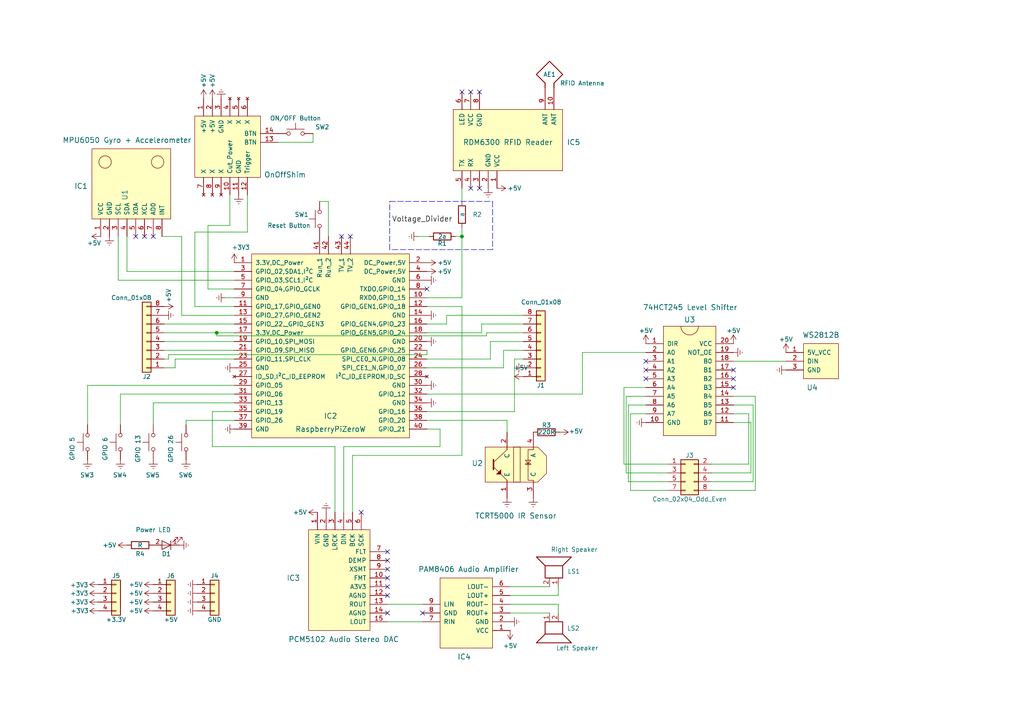
<source format=kicad_sch>
(kicad_sch (version 20231120) (generator "eeschema") (generator_version "8.0")
  (paper "A4")
  (lib_symbols
    (symbol "comp_74hct245:74HCT245" (pin_names (offset 1.016))
      (property "Reference" "U" (at -5.08 -5.08 0))
      (property "Value" "74HCT245" (at 0 -33.02 0))
      (symbol "74HCT245_0_1"
        (rectangle (start -7.62 -2.54) (end 7.62 -34.29) (fill (type background)))
        (arc (start -2.54 -2.54) (mid 0 -5.08) (end 2.54 -2.54))
      )
      (symbol "74HCT245_1_1"
        (pin input line (at -12.7 -7.62 0) (length 5.08) (name "DIR") (number "1"))
        (pin power_in line (at -12.7 -30.48 0) (length 5.08) (name "GND") (number "10"))
        (pin bidirectional line (at 12.7 -30.48 180) (length 5.08) (name "B7") (number "11"))
        (pin bidirectional line (at 12.7 -27.94 180) (length 5.08) (name "B6") (number "12"))
        (pin bidirectional line (at 12.7 -25.4 180) (length 5.08) (name "B5") (number "13"))
        (pin bidirectional line (at 12.7 -22.86 180) (length 5.08) (name "B4") (number "14"))
        (pin bidirectional line (at 12.7 -20.32 180) (length 5.08) (name "B3") (number "15"))
        (pin bidirectional line (at 12.7 -17.78 180) (length 5.08) (name "B2") (number "16"))
        (pin bidirectional line (at 12.7 -15.24 180) (length 5.08) (name "B1") (number "17"))
        (pin bidirectional line (at 12.7 -12.7 180) (length 5.08) (name "B0") (number "18"))
        (pin input line (at 12.7 -10.16 180) (length 5.08) (name "NOT_OE") (number "19"))
        (pin bidirectional line (at -12.7 -10.16 0) (length 5.08) (name "A0") (number "2"))
        (pin power_in line (at 12.7 -7.62 180) (length 5.08) (name "VCC") (number "20"))
        (pin bidirectional line (at -12.7 -12.7 0) (length 5.08) (name "A1") (number "3"))
        (pin bidirectional line (at -12.7 -15.24 0) (length 5.08) (name "A2") (number "4"))
        (pin bidirectional line (at -12.7 -17.78 0) (length 5.08) (name "A3") (number "5"))
        (pin input line (at -12.7 -20.32 0) (length 5.08) (name "A4") (number "6"))
        (pin bidirectional line (at -12.7 -22.86 0) (length 5.08) (name "A5") (number "7"))
        (pin bidirectional line (at -12.7 -25.4 0) (length 5.08) (name "A6") (number "8"))
        (pin bidirectional line (at -12.7 -27.94 0) (length 5.08) (name "A7") (number "9"))
      )
    )
    (symbol "comp_mpu6050:MPU6050" (pin_names (offset 1.016))
      (property "Reference" "IC" (at 5.08 -3.81 0))
      (property "Value" "MPU6050" (at -1.27 -3.81 90))
      (symbol "MPU6050_0_1"
        (rectangle (start -11.43 -15.24) (end 8.89 7.62) (fill (type background)))
        (circle (center 5.08 -11.43) (radius 1.8034))
        (circle (center 5.08 3.81) (radius 1.8034) (fill (type background)))
      )
      (symbol "MPU6050_1_1"
        (pin power_in line (at -16.51 5.08 0) (length 5.08) (name "VCC") (number "1"))
        (pin power_in line (at -16.51 2.54 0) (length 5.08) (name "GND") (number "2"))
        (pin input line (at -16.51 0 0) (length 5.08) (name "SCL") (number "3"))
        (pin bidirectional line (at -16.51 -2.54 0) (length 5.08) (name "SDA") (number "4"))
        (pin input line (at -16.51 -5.08 0) (length 5.08) (name "XDA") (number "5"))
        (pin input line (at -16.51 -7.62 0) (length 5.08) (name "XCL") (number "6"))
        (pin input line (at -16.51 -10.16 0) (length 5.08) (name "AD0") (number "7"))
        (pin output line (at -16.51 -12.7 0) (length 5.08) (name "INT") (number "8"))
      )
    )
    (symbol "comp_onoffshim:OnOffShim" (pin_names (offset 1.016))
      (property "Reference" "U" (at -7.62 -12.7 0))
      (property "Value" "OnOffShim" (at 0 10.16 0))
      (symbol "OnOffShim_0_1"
        (rectangle (start -8.89 8.89) (end 8.89 -10.16) (fill (type background)))
      )
      (symbol "OnOffShim_1_1"
        (pin power_out line (at 13.97 6.35 180) (length 5.08) (name "+5V") (number "1"))
        (pin input line (at -13.97 -1.27 0) (length 5.08) (name "Cut_Power") (number "10"))
        (pin power_in line (at -13.97 -3.81 0) (length 5.08) (name "GND") (number "11"))
        (pin output line (at -13.97 -6.35 0) (length 5.08) (name "Trigger") (number "12"))
        (pin input line (at 1.27 -15.24 90) (length 5.08) (name "BTN") (number "13"))
        (pin input line (at 3.81 -15.24 90) (length 5.08) (name "BTN") (number "14"))
        (pin power_in line (at 13.97 3.81 180) (length 5.08) (name "+5V") (number "2"))
        (pin power_out line (at 13.97 1.27 180) (length 5.08) (name "GND") (number "3"))
        (pin no_connect line (at 13.97 -1.27 180) (length 5.08) (name "X") (number "4"))
        (pin no_connect line (at 13.97 -3.81 180) (length 5.08) (name "X") (number "5"))
        (pin no_connect line (at 13.97 -6.35 180) (length 5.08) (name "X") (number "6"))
        (pin no_connect line (at -13.97 6.35 0) (length 5.08) (name "X") (number "7"))
        (pin no_connect line (at -13.97 3.81 0) (length 5.08) (name "X") (number "8"))
        (pin no_connect line (at -13.97 1.27 0) (length 5.08) (name "X") (number "9"))
      )
    )
    (symbol "comp_pam8406:PAM8406" (pin_names (offset 1.016))
      (property "Reference" "IC" (at -5.08 -10.16 0))
      (property "Value" "PAM8406" (at -1.27 5.08 0))
      (symbol "PAM8406_0_1"
        (rectangle (start 7.62 -12.7) (end -7.62 7.62) (fill (type background)))
      )
      (symbol "PAM8406_1_0"
        (pin power_in line (at 12.7 0 180) (length 5.08) (name "GND") (number "2"))
      )
      (symbol "PAM8406_1_1"
        (pin power_in line (at 12.7 2.54 180) (length 5.08) (name "VCC") (number "1"))
        (pin output line (at 12.7 -2.54 180) (length 5.08) (name "ROUT+") (number "3"))
        (pin output line (at 12.7 -5.08 180) (length 5.08) (name "ROUT-") (number "4"))
        (pin output line (at 12.7 -7.62 180) (length 5.08) (name "LOUT+") (number "5"))
        (pin output line (at 12.7 -10.16 180) (length 5.08) (name "LOUT-") (number "6"))
        (pin input line (at -12.7 0 0) (length 5.08) (name "RIN") (number "7"))
        (pin power_in line (at -12.7 -2.54 0) (length 5.08) (name "GND") (number "8"))
        (pin input line (at -12.7 -5.08 0) (length 5.08) (name "LIN") (number "9"))
      )
    )
    (symbol "comp_pcm5102:PCM5102" (pin_names (offset 1.016))
      (property "Reference" "IC" (at 26.67 26.67 0))
      (property "Value" "PCM5102" (at 26.67 31.75 0))
      (symbol "PCM5102_0_1"
        (rectangle (start 6.35 34.29) (end 35.56 16.51) (fill (type background)))
      )
      (symbol "PCM5102_1_1"
        (pin power_in line (at 1.27 31.75 0) (length 5.08) (name "VIN") (number "1"))
        (pin unspecified line (at 20.32 11.43 90) (length 5.08) (name "FMT") (number "10"))
        (pin power_out line (at 22.86 11.43 90) (length 5.08) (name "A3V3") (number "11"))
        (pin power_out line (at 25.4 11.43 90) (length 5.08) (name "AGND") (number "12"))
        (pin output line (at 27.94 11.43 90) (length 5.08) (name "ROUT") (number "13"))
        (pin power_out line (at 30.48 11.43 90) (length 5.08) (name "AGND") (number "14"))
        (pin output line (at 33.02 11.43 90) (length 5.08) (name "LOUT") (number "15"))
        (pin power_in line (at 1.27 29.21 0) (length 5.08) (name "GND") (number "2"))
        (pin input line (at 1.27 26.67 0) (length 5.08) (name "LRCK") (number "3"))
        (pin input line (at 1.27 24.13 0) (length 5.08) (name "DIN") (number "4"))
        (pin input line (at 1.27 21.59 0) (length 5.08) (name "BCK") (number "5"))
        (pin input line (at 1.27 19.05 0) (length 5.08) (name "SCK") (number "6"))
        (pin unspecified line (at 12.7 11.43 90) (length 5.08) (name "FLT") (number "7"))
        (pin unspecified line (at 15.24 11.43 90) (length 5.08) (name "DEMP") (number "8"))
        (pin unspecified line (at 17.78 11.43 90) (length 5.08) (name "XSMT") (number "9"))
      )
    )
    (symbol "comp_raspberrypizerow:+3.3V" (power) (pin_names (offset 0))
      (property "Value" "+3.3V" (at 0 3.556 0))
      (symbol "+3.3V_0_1"
        (polyline (pts (xy -0.762 1.27) (xy 0 2.54)))
        (polyline (pts (xy 0 0) (xy 0 2.54)))
        (polyline (pts (xy 0 2.54) (xy 0.762 1.27)))
      )
      (symbol "+3.3V_1_1"
        (pin power_in line (at 0 0 90) (length 0) hide (name "+3V3") (number "1"))
      )
    )
    (symbol "comp_raspberrypizerow:+5V" (power) (pin_names (offset 0))
      (property "Value" "+5V" (at 0 3.556 0))
      (symbol "+5V_0_1"
        (polyline (pts (xy -0.762 1.27) (xy 0 2.54)))
        (polyline (pts (xy 0 0) (xy 0 2.54)))
        (polyline (pts (xy 0 2.54) (xy 0.762 1.27)))
      )
      (symbol "+5V_1_1"
        (pin power_in line (at 0 0 90) (length 0) hide (name "+5V") (number "1"))
      )
    )
    (symbol "comp_raspberrypizerow:Antenna_Loop" (pin_numbers hide) (pin_names (offset 1.016) hide)
      (property "Reference" "AE" (at 1.27 6.35 0))
      (property "Value" "Antenna_Loop" (at 1.27 5.08 0))
      (symbol "Antenna_Loop_0_1"
        (polyline (pts (xy 2.54 -3.81) (xy 2.54 -2.54) (xy 5.08 0) (xy 1.27 3.81) (xy -2.54 0) (xy 0 -2.54) (xy 0 -3.81)) (stroke (width 0.254)))
      )
      (symbol "Antenna_Loop_1_1"
        (pin input line (at 0 -5.08 90) (length 2.54) (name "~") (number "1"))
        (pin input line (at 2.54 -5.08 90) (length 2.54) (name "~") (number "2"))
      )
    )
    (symbol "comp_raspberrypizerow:GNDREF" (power) (pin_names (offset 0))
      (property "Value" "GNDREF" (at 0 -3.81 0))
      (symbol "GNDREF_0_1"
        (polyline (pts (xy -0.635 -1.905) (xy 0.635 -1.905)))
        (polyline (pts (xy -0.127 -2.54) (xy 0.127 -2.54)))
        (polyline (pts (xy 0 -1.27) (xy 0 0)))
        (polyline (pts (xy 1.27 -1.27) (xy -1.27 -1.27)))
      )
      (symbol "GNDREF_1_1"
        (pin power_in line (at 0 0 270) (length 0) hide (name "GNDREF") (number "1"))
      )
    )
    (symbol "comp_raspberrypizerow:RaspberryPiZeroW" (pin_names (offset 1.016))
      (property "Reference" "IC" (at -1.27 -33.02 0))
      (property "Value" "RaspberryPiZeroW" (at -1.27 -36.83 0))
      (symbol "RaspberryPiZeroW_0_1"
        (rectangle (start -24.13 13.97) (end 21.59 -39.37) (fill (type background)))
      )
      (symbol "RaspberryPiZeroW_1_1"
        (pin power_out line (at -29.21 11.43 0) (length 5.08) (name "3.3V,DC_Power") (number "1"))
        (pin bidirectional line (at 26.67 1.27 180) (length 5.08) (name "RXD0,GPIO_15") (number "10"))
        (pin bidirectional line (at -29.21 -1.27 0) (length 5.08) (name "GPIO_17,GPIO_GEN0") (number "11"))
        (pin bidirectional line (at 26.67 -1.27 180) (length 5.08) (name "GPIO_GEN1,GPIO_18") (number "12"))
        (pin bidirectional line (at -29.21 -3.81 0) (length 5.08) (name "GPIO_27,GPIO_GEN2") (number "13"))
        (pin power_in line (at 26.67 -3.81 180) (length 5.08) (name "GND") (number "14"))
        (pin bidirectional line (at -29.21 -6.35 0) (length 5.08) (name "GPIO_22,_GPIO_GEN3") (number "15"))
        (pin bidirectional line (at 26.67 -6.35 180) (length 5.08) (name "GPIO_GEN4,GPIO_23") (number "16"))
        (pin power_out line (at -29.21 -8.89 0) (length 5.08) (name "3.3V,DC_Power") (number "17"))
        (pin bidirectional line (at 26.67 -8.89 180) (length 5.08) (name "GPIO_GEN5,GPIO_24") (number "18"))
        (pin bidirectional line (at -29.21 -11.43 0) (length 5.08) (name "GPIO_10,SPI_MOSI") (number "19"))
        (pin power_in line (at 26.67 11.43 180) (length 5.08) (name "DC_Power,5V") (number "2"))
        (pin power_in line (at 26.67 -11.43 180) (length 5.08) (name "GND") (number "20"))
        (pin bidirectional line (at -29.21 -13.97 0) (length 5.08) (name "GPIO_09,SPI_MISO") (number "21"))
        (pin bidirectional line (at 26.67 -13.97 180) (length 5.08) (name "GPIO_GEN6,GPIO_25") (number "22"))
        (pin bidirectional line (at -29.21 -16.51 0) (length 5.08) (name "GPIO_11,SPI_CLK") (number "23"))
        (pin bidirectional line (at 26.67 -16.51 180) (length 5.08) (name "SPI_CE0_N,GPIO_08") (number "24"))
        (pin power_in line (at -29.21 -19.05 0) (length 5.08) (name "GND") (number "25"))
        (pin bidirectional line (at 26.67 -19.05 180) (length 5.08) (name "SPI_CE1_N,GPIO_07") (number "26"))
        (pin no_connect line (at -29.21 -21.59 0) (length 5.08) (name "ID_SD,I²C_ID_EEPROM") (number "27"))
        (pin no_connect line (at 26.67 -21.59 180) (length 5.08) (name "I²C_ID_EEPROM,ID_SC") (number "28"))
        (pin bidirectional line (at -29.21 -24.13 0) (length 5.08) (name "GPIO_05") (number "29"))
        (pin bidirectional line (at -29.21 8.89 0) (length 5.08) (name "GPIO_02,SDA1,I²C") (number "3"))
        (pin power_in line (at 26.67 -24.13 180) (length 5.08) (name "GND") (number "30"))
        (pin bidirectional line (at -29.21 -26.67 0) (length 5.08) (name "GPIO_06") (number "31"))
        (pin bidirectional line (at 26.67 -26.67 180) (length 5.08) (name "GPIO_12") (number "32"))
        (pin bidirectional line (at -29.21 -29.21 0) (length 5.08) (name "GPIO_13") (number "33"))
        (pin power_in line (at 26.67 -29.21 180) (length 5.08) (name "GND") (number "34"))
        (pin bidirectional line (at -29.21 -31.75 0) (length 5.08) (name "GPIO_19") (number "35"))
        (pin bidirectional line (at 26.67 -31.75 180) (length 5.08) (name "GPIO_16") (number "36"))
        (pin bidirectional line (at -29.21 -34.29 0) (length 5.08) (name "GPIO_26") (number "37"))
        (pin bidirectional line (at 26.67 -34.29 180) (length 5.08) (name "GPIO_20") (number "38"))
        (pin power_in line (at -29.21 -36.83 0) (length 5.08) (name "GND") (number "39"))
        (pin power_in line (at 26.67 8.89 180) (length 5.08) (name "DC_Power,5V") (number "4"))
        (pin bidirectional line (at 26.67 -36.83 180) (length 5.08) (name "GPIO_21") (number "40"))
        (pin input line (at -4.445 19.05 270) (length 5.08) (name "Run_1") (number "41"))
        (pin input line (at -1.905 19.05 270) (length 5.08) (name "Run_2") (number "42"))
        (pin input line (at 1.905 19.05 270) (length 5.08) (name "TV_1") (number "43"))
        (pin input line (at 4.445 19.05 270) (length 5.08) (name "TV_2") (number "44"))
        (pin bidirectional line (at -29.21 6.35 0) (length 5.08) (name "GPIO_03,SCL1,I²C") (number "5"))
        (pin power_in line (at 26.67 6.35 180) (length 5.08) (name "GND") (number "6"))
        (pin bidirectional line (at -29.21 3.81 0) (length 5.08) (name "GPIO_04,GPIO_GCLK") (number "7"))
        (pin bidirectional line (at 26.67 3.81 180) (length 5.08) (name "TXDO,GPIO_14") (number "8"))
        (pin power_in line (at -29.21 1.27 0) (length 5.08) (name "GND") (number "9"))
      )
    )
    (symbol "comp_raspberrypizerow:Speaker" (pin_names (offset 0) hide)
      (property "Reference" "LS" (at 1.27 5.715 0))
      (property "Value" "Speaker" (at 1.27 3.81 0))
      (symbol "Speaker_0_0"
        (rectangle (start -2.54 1.27) (end 1.016 -3.81) (stroke (width 0.254)))
        (polyline (pts (xy 1.016 1.27) (xy 3.556 3.81) (xy 3.556 -6.35) (xy 1.016 -3.81)) (stroke (width 0.254)))
      )
      (symbol "Speaker_1_1"
        (pin input line (at -5.08 0 0) (length 2.54) (name "1") (number "1"))
        (pin input line (at -5.08 -2.54 0) (length 2.54) (name "2") (number "2"))
      )
    )
    (symbol "comp_rdm6300:RDM6300" (pin_names (offset 1.016))
      (property "Reference" "IC" (at -11.43 6.35 0))
      (property "Value" "RDM6300" (at -1.27 0 0))
      (symbol "RDM6300_0_1"
        (rectangle (start 16.51 8.89) (end -15.24 -8.89) (fill (type background)))
      )
      (symbol "RDM6300_1_1"
        (pin power_in line (at 3.81 13.97 270) (length 5.08) (name "VCC") (number "1"))
        (pin passive line (at -12.7 -13.97 90) (length 5.08) (name "ANT") (number "10"))
        (pin power_in line (at 6.35 13.97 270) (length 5.08) (name "GND") (number "2"))
        (pin input line (at 8.89 13.97 270) (length 5.08) (name "~") (number "3"))
        (pin input line (at 11.43 13.97 270) (length 5.08) (name "RX") (number "4"))
        (pin output line (at 13.97 13.97 270) (length 5.08) (name "TX") (number "5"))
        (pin unspecified line (at 13.97 -13.97 90) (length 5.08) (name "LED") (number "6"))
        (pin power_in line (at 11.43 -13.97 90) (length 5.08) (name "VCC") (number "7"))
        (pin power_in line (at 8.89 -13.97 90) (length 5.08) (name "GND") (number "8"))
        (pin output line (at -10.16 -13.97 90) (length 5.08) (name "ANT") (number "9"))
      )
    )
    (symbol "comp_tcrt5000:TCRT5000" (pin_names (offset 1.016))
      (property "Reference" "U" (at -15.24 -1.27 0))
      (property "Value" "TCRT5000" (at -14.605 1.905 0))
      (symbol "TCRT5000_0_1"
        (rectangle (start -6.35 -1.524) (end -6.604 1.524) (fill (type outline)))
        (rectangle (start -0.635 5.08) (end 1.27 -5.08))
        (polyline (pts (xy -2.54 -4.572) (xy -6.35 -0.762)))
        (polyline (pts (xy -2.54 4.318) (xy -6.35 0.762)))
        (polyline (pts (xy -4.318 -1.524) (xy -5.588 -2.794) (xy -4.318 -2.794) (xy -4.318 -1.524)) (fill (type outline)))
        (polyline (pts (xy 3.556 0.254) (xy 4.318 1.27) (xy 2.794 1.27) (xy 3.556 0.254)))
        (polyline (pts (xy 5.08 4.318) (xy 3.556 4.318) (xy 3.556 -4.572) (xy 5.08 -4.572)))
        (polyline (pts (xy 8.89 -2.54) (xy 8.89 1.27) (xy 8.89 2.54) (xy 6.35 5.08) (xy -8.89 5.08) (xy -8.89 -5.08) (xy 6.35 -5.08) (xy 8.89 -2.54)) (fill (type background)))
        (rectangle (start 4.318 0.254) (end 2.794 0))
      )
      (symbol "TCRT5000_1_1"
        (pin input line (at -2.54 -9.652 90) (length 5.08) (name "E") (number "1"))
        (pin input line (at -2.54 9.398 270) (length 5.08) (name "C") (number "2"))
        (pin input line (at 5.08 -9.652 90) (length 5.08) (name "C") (number "3"))
        (pin input line (at 5.08 9.398 270) (length 5.08) (name "A") (number "4"))
      )
    )
    (symbol "comp_ws2812b:WS2812B" (pin_names (offset 1.016))
      (property "Reference" "U" (at -2.54 -7.62 0))
      (property "Value" "WS2812B" (at 0 7.62 0))
      (symbol "WS2812B_0_1"
        (rectangle (start -5.08 5.08) (end 5.08 -5.08) (fill (type background)))
      )
      (symbol "WS2812B_1_1"
        (pin power_in line (at -10.16 2.54 0) (length 5.08) (name "5V_VCC") (number "1"))
        (pin input line (at -10.16 0 0) (length 5.08) (name "DIN") (number "2"))
        (pin power_in line (at -10.16 -2.54 0) (length 5.08) (name "GND") (number "3"))
      )
    )
    (symbol "marta-rescue:Conn_01x04" (pin_names (offset 1.016) hide)
      (property "Reference" "J" (at 0 5.08 0))
      (property "Value" "Conn_01x04" (at 0 -7.62 0))
      (symbol "Conn_01x04_1_1"
        (rectangle (start -1.27 -4.953) (end 0 -5.207) (stroke (width 0.1524)))
        (rectangle (start -1.27 -2.413) (end 0 -2.667) (stroke (width 0.1524)))
        (rectangle (start -1.27 0.127) (end 0 -0.127) (stroke (width 0.1524)))
        (rectangle (start -1.27 2.667) (end 0 2.413) (stroke (width 0.1524)))
        (rectangle (start -1.27 3.81) (end 1.27 -6.35) (stroke (width 0.254)) (fill (type background)))
        (pin passive line (at -5.08 2.54 0) (length 3.81) (name "Pin_1") (number "1"))
        (pin passive line (at -5.08 0 0) (length 3.81) (name "Pin_2") (number "2"))
        (pin passive line (at -5.08 -2.54 0) (length 3.81) (name "Pin_3") (number "3"))
        (pin passive line (at -5.08 -5.08 0) (length 3.81) (name "Pin_4") (number "4"))
      )
    )
    (symbol "marta-rescue:Conn_01x08" (pin_names (offset 1.016) hide)
      (property "Reference" "J" (at 0 10.16 0))
      (property "Value" "Conn_01x08" (at 0 -12.7 0))
      (symbol "Conn_01x08_1_1"
        (rectangle (start -1.27 -10.033) (end 0 -10.287) (stroke (width 0.1524)))
        (rectangle (start -1.27 -7.493) (end 0 -7.747) (stroke (width 0.1524)))
        (rectangle (start -1.27 -4.953) (end 0 -5.207) (stroke (width 0.1524)))
        (rectangle (start -1.27 -2.413) (end 0 -2.667) (stroke (width 0.1524)))
        (rectangle (start -1.27 0.127) (end 0 -0.127) (stroke (width 0.1524)))
        (rectangle (start -1.27 2.667) (end 0 2.413) (stroke (width 0.1524)))
        (rectangle (start -1.27 5.207) (end 0 4.953) (stroke (width 0.1524)))
        (rectangle (start -1.27 7.747) (end 0 7.493) (stroke (width 0.1524)))
        (rectangle (start -1.27 8.89) (end 1.27 -11.43) (stroke (width 0.254)) (fill (type background)))
        (pin passive line (at -5.08 7.62 0) (length 3.81) (name "Pin_1") (number "1"))
        (pin passive line (at -5.08 5.08 0) (length 3.81) (name "Pin_2") (number "2"))
        (pin passive line (at -5.08 2.54 0) (length 3.81) (name "Pin_3") (number "3"))
        (pin passive line (at -5.08 0 0) (length 3.81) (name "Pin_4") (number "4"))
        (pin passive line (at -5.08 -2.54 0) (length 3.81) (name "Pin_5") (number "5"))
        (pin passive line (at -5.08 -5.08 0) (length 3.81) (name "Pin_6") (number "6"))
        (pin passive line (at -5.08 -7.62 0) (length 3.81) (name "Pin_7") (number "7"))
        (pin passive line (at -5.08 -10.16 0) (length 3.81) (name "Pin_8") (number "8"))
      )
    )
    (symbol "marta-rescue:Conn_02x04_Odd_Even" (pin_names (offset 1.016) hide)
      (property "Reference" "J" (at 1.27 5.08 0))
      (property "Value" "Conn_02x04_Odd_Even" (at 1.27 -7.62 0))
      (symbol "Conn_02x04_Odd_Even_1_1"
        (rectangle (start -1.27 -4.953) (end 0 -5.207) (stroke (width 0.1524)))
        (rectangle (start -1.27 -2.413) (end 0 -2.667) (stroke (width 0.1524)))
        (rectangle (start -1.27 0.127) (end 0 -0.127) (stroke (width 0.1524)))
        (rectangle (start -1.27 2.667) (end 0 2.413) (stroke (width 0.1524)))
        (rectangle (start -1.27 3.81) (end 3.81 -6.35) (stroke (width 0.254)) (fill (type background)))
        (rectangle (start 3.81 -4.953) (end 2.54 -5.207) (stroke (width 0.1524)))
        (rectangle (start 3.81 -2.413) (end 2.54 -2.667) (stroke (width 0.1524)))
        (rectangle (start 3.81 0.127) (end 2.54 -0.127) (stroke (width 0.1524)))
        (rectangle (start 3.81 2.667) (end 2.54 2.413) (stroke (width 0.1524)))
        (pin passive line (at -5.08 2.54 0) (length 3.81) (name "Pin_1") (number "1"))
        (pin passive line (at 7.62 2.54 180) (length 3.81) (name "Pin_2") (number "2"))
        (pin passive line (at -5.08 0 0) (length 3.81) (name "Pin_3") (number "3"))
        (pin passive line (at 7.62 0 180) (length 3.81) (name "Pin_4") (number "4"))
        (pin passive line (at -5.08 -2.54 0) (length 3.81) (name "Pin_5") (number "5"))
        (pin passive line (at 7.62 -2.54 180) (length 3.81) (name "Pin_6") (number "6"))
        (pin passive line (at -5.08 -5.08 0) (length 3.81) (name "Pin_7") (number "7"))
        (pin passive line (at 7.62 -5.08 180) (length 3.81) (name "Pin_8") (number "8"))
      )
    )
    (symbol "marta-rescue:LED" (pin_names (offset 1.016) hide)
      (property "Reference" "D" (at 0 2.54 0))
      (property "Value" "LED" (at 0 -2.54 0))
      (symbol "LED_0_1"
        (polyline (pts (xy -1.27 -1.27) (xy -1.27 1.27)) (stroke (width 0.2032)))
        (polyline (pts (xy -1.27 0) (xy 1.27 0)))
        (polyline (pts (xy 1.27 -1.27) (xy 1.27 1.27) (xy -1.27 0) (xy 1.27 -1.27)) (stroke (width 0.2032)))
        (polyline (pts (xy -3.048 -0.762) (xy -4.572 -2.286) (xy -3.81 -2.286) (xy -4.572 -2.286) (xy -4.572 -1.524)))
        (polyline (pts (xy -1.778 -0.762) (xy -3.302 -2.286) (xy -2.54 -2.286) (xy -3.302 -2.286) (xy -3.302 -1.524)))
      )
      (symbol "LED_1_1"
        (pin passive line (at -3.81 0 0) (length 2.54) (name "K") (number "1"))
        (pin passive line (at 3.81 0 180) (length 2.54) (name "A") (number "2"))
      )
    )
    (symbol "marta-rescue:R" (pin_numbers hide) (pin_names (offset 0))
      (property "Reference" "R" (at 2.032 0 90))
      (property "Value" "R" (at 0 0 90))
      (symbol "R_0_1"
        (rectangle (start -1.016 -2.54) (end 1.016 2.54) (stroke (width 0.254)))
      )
      (symbol "R_1_1"
        (pin passive line (at 0 3.81 270) (length 1.27) (name "~") (number "1"))
        (pin passive line (at 0 -3.81 90) (length 1.27) (name "~") (number "2"))
      )
    )
    (symbol "marta-rescue:SW_Push" (pin_numbers hide) (pin_names (offset 1.016) hide)
      (property "Reference" "SW" (at 1.27 2.54 0))
      (property "Value" "SW_Push" (at 0 -1.524 0))
      (symbol "SW_Push_0_1"
        (circle (center -2.032 0) (radius 0.508))
        (polyline (pts (xy 0 1.27) (xy 0 3.048)))
        (polyline (pts (xy 2.54 1.27) (xy -2.54 1.27)))
        (circle (center 2.032 0) (radius 0.508))
        (pin passive line (at -5.08 0 0) (length 2.54) (name "1") (number "1"))
        (pin passive line (at 5.08 0 180) (length 2.54) (name "2") (number "2"))
      )
    )
  )
  (junction (at 133.985 68.58))
  (junction (at 62.865 96.52))
  (no_connect (at 99.06 68.58))
  (no_connect (at 112.395 165.1))
  (no_connect (at 112.395 160.02))
  (no_connect (at 187.325 104.775))
  (no_connect (at 212.725 112.395))
  (no_connect (at 122.555 177.8))
  (no_connect (at 112.395 167.64))
  (no_connect (at 133.985 26.67))
  (no_connect (at 112.395 172.72))
  (no_connect (at 112.395 162.56))
  (no_connect (at 39.37 68.58))
  (no_connect (at 101.6 68.58))
  (no_connect (at 104.775 148.59))
  (no_connect (at 212.725 107.315))
  (no_connect (at 187.325 109.855))
  (no_connect (at 136.525 26.67))
  (no_connect (at 139.065 26.67))
  (no_connect (at 112.395 170.18))
  (no_connect (at 112.395 177.8))
  (no_connect (at 139.065 54.61))
  (no_connect (at 41.91 68.58))
  (no_connect (at 212.725 109.855))
  (no_connect (at 187.325 107.315))
  (no_connect (at 136.525 54.61))
  (no_connect (at 44.45 68.58))
  (no_connect (at 123.825 83.82))
  (wire (pts (xy 218.44 139.7) (xy 218.44 117.475)))
  (wire (pts (xy 206.375 134.62) (xy 217.17 134.62)))
  (wire (pts (xy 161.925 175.26) (xy 161.925 177.8)))
  (wire (pts (xy 34.29 81.28) (xy 34.29 68.58)))
  (wire (pts (xy 36.83 68.58) (xy 36.83 78.74)))
  (wire (pts (xy 180.975 112.395) (xy 180.975 134.62)))
  (wire (pts (xy 133.985 88.9) (xy 133.985 132.08)))
  (wire (pts (xy 127.635 124.46) (xy 127.635 129.54)))
  (wire (pts (xy 141.097 96.52) (xy 141.097 97.409)))
  (wire (pts (xy 112.395 180.34) (xy 122.555 180.34)))
  (wire (pts (xy 147.066 121.92) (xy 147.066 125.349)))
  (wire (pts (xy 181.61 137.16) (xy 193.675 137.16)))
  (wire (pts (xy 48.895 104.14) (xy 47.625 104.14)))
  (wire (pts (xy 217.805 137.16) (xy 206.375 137.16)))
  (wire (pts (xy 61.595 129.54) (xy 97.155 129.54)))
  (wire (pts (xy 219.075 142.24) (xy 206.375 142.24)))
  (wire (pts (xy 67.945 111.76) (xy 25.4 111.76)))
  (wire (pts (xy 129.54 91.44) (xy 129.54 93.98)))
  (wire (pts (xy 133.985 68.58) (xy 133.985 86.36)))
  (wire (pts (xy 161.925 172.72) (xy 147.955 172.72)))
  (wire (pts (xy 112.395 175.26) (xy 122.555 175.26)))
  (wire (pts (xy 123.825 104.14) (xy 142.24 104.14)))
  (wire (pts (xy 168.91 114.3) (xy 123.825 114.3)))
  (wire (pts (xy 149.225 119.38) (xy 149.225 104.14)))
  (wire (pts (xy 124.46 68.58) (xy 121.285 68.58)))
  (wire (pts (xy 187.325 120.015) (xy 182.88 120.015)))
  (wire (pts (xy 67.945 104.14) (xy 50.8 104.14)))
  (wire (pts (xy 181.61 114.935) (xy 181.61 137.16)))
  (wire (pts (xy 47.625 101.6) (xy 67.945 101.6)))
  (wire (pts (xy 52.705 91.44) (xy 67.945 91.44)))
  (wire (pts (xy 52.705 68.58) (xy 52.705 91.44)))
  (wire (pts (xy 53.975 121.92) (xy 53.975 123.19)))
  (wire (pts (xy 123.825 121.92) (xy 147.066 121.92)))
  (wire (pts (xy 123.825 102.87) (xy 48.895 102.87)))
  (wire (pts (xy 66.675 56.515) (xy 66.675 65.405)))
  (wire (pts (xy 56.515 67.31) (xy 71.755 67.31)))
  (wire (pts (xy 133.985 132.08) (xy 102.235 132.08)))
  (wire (pts (xy 142.24 104.14) (xy 142.24 99.06)))
  (wire (pts (xy 62.865 97.409) (xy 62.865 96.52)))
  (wire (pts (xy 147.955 175.26) (xy 161.925 175.26)))
  (wire (pts (xy 97.155 129.54) (xy 97.155 148.59)))
  (polyline (pts (xy 113.03 58.42) (xy 142.875 58.42)) (stroke (width 0) (type dash)))
  (wire (pts (xy 60.325 83.82) (xy 67.945 83.82)))
  (wire (pts (xy 147.955 177.8) (xy 159.385 177.8)))
  (wire (pts (xy 142.24 99.06) (xy 151.765 99.06)))
  (wire (pts (xy 90.805 38.735) (xy 90.805 41.275)))
  (wire (pts (xy 180.975 134.62) (xy 193.675 134.62)))
  (wire (pts (xy 133.985 66.04) (xy 133.985 68.58)))
  (wire (pts (xy 146.05 106.68) (xy 146.05 101.6)))
  (wire (pts (xy 56.515 88.9) (xy 56.515 67.31)))
  (wire (pts (xy 168.91 102.235) (xy 168.91 114.3)))
  (wire (pts (xy 219.075 114.935) (xy 219.075 142.24)))
  (wire (pts (xy 123.825 88.9) (xy 133.985 88.9)))
  (wire (pts (xy 50.8 106.68) (xy 47.625 106.68)))
  (wire (pts (xy 141.097 97.409) (xy 62.865 97.409)))
  (wire (pts (xy 50.8 104.14) (xy 50.8 106.68)))
  (wire (pts (xy 123.825 106.68) (xy 146.05 106.68)))
  (wire (pts (xy 47.625 96.52) (xy 62.865 96.52)))
  (wire (pts (xy 168.91 102.235) (xy 187.325 102.235)))
  (wire (pts (xy 182.88 142.24) (xy 193.675 142.24)))
  (wire (pts (xy 67.945 114.3) (xy 34.925 114.3)))
  (wire (pts (xy 123.825 119.38) (xy 149.225 119.38)))
  (wire (pts (xy 217.805 122.555) (xy 212.725 122.555)))
  (wire (pts (xy 95.25 58.42) (xy 95.25 68.58)))
  (wire (pts (xy 34.925 114.3) (xy 34.925 123.19)))
  (wire (pts (xy 151.765 96.52) (xy 141.097 96.52)))
  (wire (pts (xy 127.635 129.54) (xy 99.695 129.54)))
  (wire (pts (xy 218.44 117.475) (xy 212.725 117.475)))
  (wire (pts (xy 147.955 170.18) (xy 159.385 170.18)))
  (wire (pts (xy 46.99 68.58) (xy 52.705 68.58)))
  (polyline (pts (xy 142.875 58.42) (xy 142.875 72.39)) (stroke (width 0) (type dash)))
  (wire (pts (xy 151.765 91.44) (xy 129.54 91.44)))
  (wire (pts (xy 92.71 58.42) (xy 95.25 58.42)))
  (wire (pts (xy 34.29 81.28) (xy 67.945 81.28)))
  (wire (pts (xy 67.945 86.36) (xy 65.405 86.36)))
  (wire (pts (xy 61.595 119.38) (xy 61.595 129.54)))
  (wire (pts (xy 182.245 117.475) (xy 187.325 117.475)))
  (wire (pts (xy 67.945 121.92) (xy 53.975 121.92)))
  (wire (pts (xy 133.985 68.58) (xy 132.08 68.58)))
  (wire (pts (xy 182.245 139.7) (xy 193.675 139.7)))
  (wire (pts (xy 161.925 170.18) (xy 161.925 172.72)))
  (wire (pts (xy 206.375 139.7) (xy 218.44 139.7)))
  (wire (pts (xy 36.83 78.74) (xy 67.945 78.74)))
  (wire (pts (xy 146.05 101.6) (xy 151.765 101.6)))
  (wire (pts (xy 151.765 93.98) (xy 139.7 93.98)))
  (wire (pts (xy 139.7 93.98) (xy 139.7 96.52)))
  (wire (pts (xy 66.675 65.405) (xy 60.325 65.405)))
  (wire (pts (xy 133.985 86.36) (xy 123.825 86.36)))
  (wire (pts (xy 217.17 134.62) (xy 217.17 120.015)))
  (wire (pts (xy 62.865 96.52) (xy 67.945 96.52)))
  (wire (pts (xy 187.325 112.395) (xy 180.975 112.395)))
  (wire (pts (xy 67.945 99.06) (xy 47.625 99.06)))
  (wire (pts (xy 139.7 96.52) (xy 123.825 96.52)))
  (wire (pts (xy 67.945 116.84) (xy 44.45 116.84)))
  (wire (pts (xy 123.825 101.6) (xy 123.825 102.87)))
  (wire (pts (xy 67.945 88.9) (xy 56.515 88.9)))
  (wire (pts (xy 67.945 93.98) (xy 47.625 93.98)))
  (polyline (pts (xy 142.875 72.39) (xy 113.03 72.39)) (stroke (width 0) (type dash)))
  (wire (pts (xy 123.825 124.46) (xy 127.635 124.46)))
  (wire (pts (xy 217.805 122.555) (xy 217.805 137.16)))
  (wire (pts (xy 187.325 114.935) (xy 181.61 114.935)))
  (wire (pts (xy 99.695 129.54) (xy 99.695 148.59)))
  (wire (pts (xy 102.235 132.08) (xy 102.235 148.59)))
  (wire (pts (xy 90.805 41.275) (xy 80.645 41.275)))
  (wire (pts (xy 149.225 104.14) (xy 151.765 104.14)))
  (wire (pts (xy 212.725 104.775) (xy 227.965 104.775)))
  (polyline (pts (xy 113.03 72.39) (xy 113.03 58.42)) (stroke (width 0) (type dash)))
  (wire (pts (xy 60.325 65.405) (xy 60.325 83.82)))
  (wire (pts (xy 25.4 111.76) (xy 25.4 123.19)))
  (wire (pts (xy 44.45 116.84) (xy 44.45 123.19)))
  (wire (pts (xy 212.725 114.935) (xy 219.075 114.935)))
  (wire (pts (xy 129.54 93.98) (xy 123.825 93.98)))
  (wire (pts (xy 133.985 54.61) (xy 133.985 58.42)))
  (wire (pts (xy 48.895 102.87) (xy 48.895 104.14)))
  (wire (pts (xy 182.88 120.015) (xy 182.88 142.24)))
  (wire (pts (xy 67.945 119.38) (xy 61.595 119.38)))
  (wire (pts (xy 217.17 120.015) (xy 212.725 120.015)))
  (wire (pts (xy 71.755 67.31) (xy 71.755 56.515)))
  (wire (pts (xy 182.245 117.475) (xy 182.245 139.7)))
  (label "Voltage_Divider" (at 113.665 64.77 0) (effects (font (size 1.524 1.524))))
  (symbol (lib_id "comp_mpu6050:MPU6050") (at 34.29 52.07 90) (unit 1)
    (property "Reference" "IC1" (at 23.495 53.975 90) (effects (font (size 1.524 1.524))))
    (property "Value" "MPU6050 Gyro + Accelerometer" (at 36.83 40.64 90) (effects (font (size 1.524 1.524))))
    (property "Footprint" "footprints:MPU6050" (effects (hide yes)))
  )
  (symbol (lib_id "comp_rdm6300:RDM6300") (at 147.955 40.64 180) (unit 1)
    (property "Reference" "IC5" (at 166.37 41.275 0) (effects (font (size 1.524 1.524))))
    (property "Value" "RDM6300 RFID Reader" (at 147.32 41.275 0) (effects (font (size 1.524 1.524))))
    (property "Footprint" "footprints:RDM6300" (effects (hide yes)))
  )
  (symbol (lib_id "comp_raspberrypizerow:Speaker") (at 161.925 165.1 270) (mirror x) (unit 1)
    (property "Reference" "LS1" (at 168.275 165.735 90) (effects (justify right)))
    (property "Value" "Right Speaker" (at 173.355 159.385 90) (effects (justify right)))
    (property "Footprint" "Connectors_JST:JST_XH_B02B-XH-A_02x2.50mm_Straight" (effects (hide yes)))
  )
  (symbol (lib_id "comp_raspberrypizerow:Speaker") (at 159.385 182.88 90) (mirror x) (unit 1)
    (property "Reference" "LS2" (at 164.465 182.245 90) (effects (justify right)))
    (property "Value" "Left Speaker" (at 161.29 187.96 90) (effects (justify right)))
    (property "Footprint" "Connectors_JST:JST_XH_B02B-XH-A_02x2.50mm_Straight" (effects (hide yes)))
  )
  (symbol (lib_id "comp_raspberrypizerow:+5V") (at 147.955 182.88 0) (mirror x) (unit 1)
    (property "Reference" "#PWR02" (effects (hide yes)))
    (property "Value" "+5V" (at 147.955 187.325 0))
  )
  (symbol (lib_id "comp_pam8406:PAM8406") (at 135.255 180.34 0) (mirror x) (unit 1)
    (property "Reference" "IC4" (at 134.62 190.5 0) (effects (font (size 1.524 1.524))))
    (property "Value" "PAM8406 Audio Amplifier" (at 135.89 165.1 0) (effects (font (size 1.524 1.524))))
    (property "Footprint" "footprints:PAM8406" (effects (hide yes)))
  )
  (symbol (lib_id "comp_pcm5102:PCM5102") (at 123.825 147.32 90) (mirror x) (unit 1)
    (property "Reference" "IC3" (at 85.09 167.64 90) (effects (font (size 1.524 1.524))))
    (property "Value" "PCM5102 Audio Stereo DAC" (at 99.695 185.42 90) (effects (font (size 1.524 1.524))))
    (property "Footprint" "footprints:PCM5102" (effects (hide yes)))
  )
  (symbol (lib_id "comp_tcrt5000:TCRT5000") (at 149.606 134.747 0) (unit 1)
    (property "Reference" "U2" (at 138.43 134.366 0) (effects (font (size 1.524 1.524))))
    (property "Value" "TCRT5000 IR Sensor" (at 149.606 149.606 0) (effects (font (size 1.524 1.524))))
    (property "Footprint" "Connectors_JST:JST_XH_B04B-XH-A_04x2.50mm_Straight" (effects (hide yes)))
  )
  (symbol (lib_id "comp_raspberrypizerow:+5V") (at 92.075 148.59 90) (mirror x) (unit 1)
    (property "Reference" "#PWR01" (effects (hide yes)))
    (property "Value" "+5V" (at 86.995 148.59 90))
  )
  (symbol (lib_id "comp_raspberrypizerow:GNDREF") (at 147.955 180.34 90) (mirror x) (unit 1)
    (property "Reference" "#PWR03" (effects (hide yes)))
    (property "Value" "GNDREF" (effects (hide yes)))
  )
  (symbol (lib_id "comp_raspberrypizerow:GNDREF") (at 94.615 148.59 0) (mirror x) (unit 1)
    (property "Reference" "#PWR04" (effects (hide yes)))
    (property "Value" "GNDREF" (effects (hide yes)))
  )
  (symbol (lib_id "comp_74hct245:74HCT245") (at 200.025 92.075 0) (unit 1)
    (property "Reference" "U3" (at 200.025 92.71 0) (effects (font (size 1.524 1.524))))
    (property "Value" "74HCT245 Level Shifter" (at 200.152 89.154 0) (effects (font (size 1.524 1.524))))
    (property "Footprint" "Housings_DIP:DIP-20_W7.62mm" (effects (hide yes)))
  )
  (symbol (lib_id "comp_raspberrypizerow:GNDREF") (at 31.75 68.58 0) (mirror y) (unit 1)
    (property "Reference" "#PWR05" (effects (hide yes)))
    (property "Value" "GNDREF" (effects (hide yes)))
  )
  (symbol (lib_id "comp_raspberrypizerow:+5V") (at 29.21 68.58 90) (mirror x) (unit 1)
    (property "Reference" "#PWR06" (effects (hide yes)))
    (property "Value" "+5V" (at 27.305 70.485 90))
  )
  (symbol (lib_id "comp_raspberrypizerow:RaspberryPiZeroW") (at 97.155 87.63 0) (unit 1)
    (property "Reference" "IC2" (at 95.885 120.65 0) (effects (font (size 1.524 1.524))))
    (property "Value" "RaspberryPiZeroW" (at 95.885 124.46 0) (effects (font (size 1.524 1.524))))
    (property "Footprint" "footprints:RaspberryPiZeroW_UpSideDown" (effects (hide yes)))
  )
  (symbol (lib_id "marta-rescue:SW_Push") (at 92.71 63.5 90) (unit 1)
    (property "Reference" "SW1" (at 89.535 62.23 90) (effects (justify left)))
    (property "Value" "Reset Button" (at 83.82 65.405 90))
    (property "Footprint" "Connectors_JST:JST_XH_B02B-XH-A_02x2.50mm_Straight" (effects (hide yes)))
  )
  (symbol (lib_id "comp_raspberrypizerow:GNDREF") (at 141.605 54.61 0) (mirror y) (unit 1)
    (property "Reference" "#PWR07" (effects (hide yes)))
    (property "Value" "GNDREF" (effects (hide yes)))
  )
  (symbol (lib_id "comp_raspberrypizerow:GNDREF") (at 212.725 102.235 90) (mirror x) (unit 1)
    (property "Reference" "#PWR08" (effects (hide yes)))
    (property "Value" "GNDREF" (effects (hide yes)))
  )
  (symbol (lib_id "comp_raspberrypizerow:GNDREF") (at 187.325 122.555 270) (mirror x) (unit 1)
    (property "Reference" "#PWR09" (effects (hide yes)))
    (property "Value" "GNDREF" (effects (hide yes)))
  )
  (symbol (lib_id "comp_raspberrypizerow:+5V") (at 212.725 99.695 0) (mirror y) (unit 1)
    (property "Reference" "#PWR010" (effects (hide yes)))
    (property "Value" "+5V" (at 212.725 95.885 0))
  )
  (symbol (lib_id "comp_raspberrypizerow:+5V") (at 187.325 99.695 0) (mirror y) (unit 1)
    (property "Reference" "#PWR011" (effects (hide yes)))
    (property "Value" "+5V" (at 187.325 95.885 0))
  )
  (symbol (lib_id "comp_raspberrypizerow:GNDREF") (at 123.825 81.28 90) (mirror x) (unit 1)
    (property "Reference" "#PWR012" (effects (hide yes)))
    (property "Value" "GNDREF" (effects (hide yes)))
  )
  (symbol (lib_id "comp_raspberrypizerow:GNDREF") (at 123.825 91.44 90) (mirror x) (unit 1)
    (property "Reference" "#PWR013" (effects (hide yes)))
    (property "Value" "GNDREF" (effects (hide yes)))
  )
  (symbol (lib_id "comp_raspberrypizerow:GNDREF") (at 123.825 99.06 90) (mirror x) (unit 1)
    (property "Reference" "#PWR014" (effects (hide yes)))
    (property "Value" "GNDREF" (effects (hide yes)))
  )
  (symbol (lib_id "comp_raspberrypizerow:GNDREF") (at 123.825 111.76 90) (mirror x) (unit 1)
    (property "Reference" "#PWR015" (effects (hide yes)))
    (property "Value" "GNDREF" (effects (hide yes)))
  )
  (symbol (lib_id "comp_raspberrypizerow:GNDREF") (at 67.945 106.68 270) (mirror x) (unit 1)
    (property "Reference" "#PWR016" (effects (hide yes)))
    (property "Value" "GNDREF" (effects (hide yes)))
  )
  (symbol (lib_id "comp_raspberrypizerow:GNDREF") (at 65.405 86.36 270) (mirror x) (unit 1)
    (property "Reference" "#PWR017" (effects (hide yes)))
    (property "Value" "GNDREF" (effects (hide yes)))
  )
  (symbol (lib_id "comp_raspberrypizerow:+5V") (at 36.83 158.115 90) (unit 1)
    (property "Reference" "#PWR035" (effects (hide yes)))
    (property "Value" "+5V" (at 31.75 158.115 90))
  )
  (symbol (lib_id "marta-rescue:R") (at 133.985 62.23 0) (unit 1)
    (property "Reference" "R2" (at 138.43 62.23 0))
    (property "Value" "a" (at 133.985 62.23 90))
    (property "Footprint" "Resistors_THT:R_Axial_DIN0207_L6.3mm_D2.5mm_P10.16mm_Horizontal" (effects (hide yes)))
  )
  (symbol (lib_id "marta-rescue:R") (at 128.27 68.58 270) (unit 1)
    (property "Reference" "R1" (at 128.27 70.612 90))
    (property "Value" "2a" (at 128.27 68.58 90))
    (property "Footprint" "Resistors_THT:R_Axial_DIN0207_L6.3mm_D2.5mm_P10.16mm_Horizontal" (effects (hide yes)))
  )
  (symbol (lib_id "comp_raspberrypizerow:GNDREF") (at 121.285 68.58 270) (mirror x) (unit 1)
    (property "Reference" "#PWR018" (effects (hide yes)))
    (property "Value" "GNDREF" (effects (hide yes)))
  )
  (symbol (lib_id "comp_raspberrypizerow:+5V") (at 123.825 76.2 270) (mirror x) (unit 1)
    (property "Reference" "#PWR019" (effects (hide yes)))
    (property "Value" "+5V" (at 128.905 76.2 90))
  )
  (symbol (lib_id "comp_raspberrypizerow:+5V") (at 123.825 78.74 270) (mirror x) (unit 1)
    (property "Reference" "#PWR020" (effects (hide yes)))
    (property "Value" "+5V" (at 128.905 78.74 90))
  )
  (symbol (lib_id "comp_raspberrypizerow:GNDREF") (at 67.945 124.46 270) (mirror x) (unit 1)
    (property "Reference" "#PWR021" (effects (hide yes)))
    (property "Value" "GNDREF" (effects (hide yes)))
  )
  (symbol (lib_id "comp_raspberrypizerow:GNDREF") (at 123.825 116.84 90) (mirror x) (unit 1)
    (property "Reference" "#PWR022" (effects (hide yes)))
    (property "Value" "GNDREF" (effects (hide yes)))
  )
  (symbol (lib_id "comp_raspberrypizerow:+3.3V") (at 67.945 76.2 0) (unit 1)
    (property "Reference" "#PWR051" (effects (hide yes)))
    (property "Value" "+3V3" (at 69.85 71.755 0))
  )
  (symbol (lib_id "marta-rescue:SW_Push") (at 34.925 128.27 90) (unit 1)
    (property "Reference" "SW4" (at 36.83 137.795 90) (effects (justify left)))
    (property "Value" "GPIO 6" (at 30.48 130.175 0))
    (property "Footprint" "Connectors_JST:JST_XH_B02B-XH-A_02x2.50mm_Straight" (effects (hide yes)))
  )
  (symbol (lib_id "comp_raspberrypizerow:GNDREF") (at 34.925 133.35 0) (mirror y) (unit 1)
    (property "Reference" "#PWR023" (effects (hide yes)))
    (property "Value" "GNDREF" (effects (hide yes)))
  )
  (symbol (lib_id "marta-rescue:SW_Push") (at 53.975 128.27 90) (unit 1)
    (property "Reference" "SW6" (at 55.88 137.795 90) (effects (justify left)))
    (property "Value" "GPIO 26" (at 49.53 130.175 0))
    (property "Footprint" "Connectors_JST:JST_XH_B02B-XH-A_02x2.50mm_Straight" (effects (hide yes)))
  )
  (symbol (lib_id "marta-rescue:SW_Push") (at 44.45 128.27 90) (unit 1)
    (property "Reference" "SW5" (at 46.355 137.795 90) (effects (justify left)))
    (property "Value" "GPIO 13" (at 40.005 130.175 0))
    (property "Footprint" "Connectors_JST:JST_XH_B02B-XH-A_02x2.50mm_Straight" (effects (hide yes)))
  )
  (symbol (lib_id "marta-rescue:SW_Push") (at 25.4 128.27 90) (unit 1)
    (property "Reference" "SW3" (at 27.305 137.795 90) (effects (justify left)))
    (property "Value" "GPIO 5" (at 20.955 130.175 0))
    (property "Footprint" "Connectors_JST:JST_XH_B02B-XH-A_02x2.50mm_Straight" (effects (hide yes)))
  )
  (symbol (lib_id "comp_raspberrypizerow:GNDREF") (at 25.4 133.35 0) (mirror y) (unit 1)
    (property "Reference" "#PWR024" (effects (hide yes)))
    (property "Value" "GNDREF" (effects (hide yes)))
  )
  (symbol (lib_id "comp_raspberrypizerow:GNDREF") (at 44.45 133.35 0) (mirror y) (unit 1)
    (property "Reference" "#PWR025" (effects (hide yes)))
    (property "Value" "GNDREF" (effects (hide yes)))
  )
  (symbol (lib_id "comp_raspberrypizerow:GNDREF") (at 53.975 133.35 0) (mirror y) (unit 1)
    (property "Reference" "#PWR026" (effects (hide yes)))
    (property "Value" "GNDREF" (effects (hide yes)))
  )
  (symbol (lib_id "comp_raspberrypizerow:+5V") (at 151.765 109.22 90) (mirror x) (unit 1)
    (property "Reference" "#PWR027" (effects (hide yes)))
    (property "Value" "+5V" (at 151.13 106.68 90))
  )
  (symbol (lib_id "comp_raspberrypizerow:GNDREF") (at 151.765 106.68 270) (mirror x) (unit 1)
    (property "Reference" "#PWR028" (effects (hide yes)))
    (property "Value" "GNDREF" (effects (hide yes)))
  )
  (symbol (lib_id "comp_raspberrypizerow:GNDREF") (at 147.066 144.399 0) (mirror y) (unit 1)
    (property "Reference" "#PWR029" (effects (hide yes)))
    (property "Value" "GNDREF" (effects (hide yes)))
  )
  (symbol (lib_id "comp_raspberrypizerow:GNDREF") (at 154.686 144.399 0) (mirror y) (unit 1)
    (property "Reference" "#PWR031" (effects (hide yes)))
    (property "Value" "GNDREF" (effects (hide yes)))
  )
  (symbol (lib_id "comp_raspberrypizerow:+5V") (at 144.145 54.61 270) (mirror x) (unit 1)
    (property "Reference" "#PWR030" (effects (hide yes)))
    (property "Value" "+5V" (at 149.225 54.61 90))
  )
  (symbol (lib_id "marta-rescue:R") (at 158.496 125.349 90) (unit 1)
    (property "Reference" "R3" (at 158.496 123.317 90))
    (property "Value" "220R" (at 158.496 125.349 90))
    (property "Footprint" "Resistors_THT:R_Axial_DIN0207_L6.3mm_D2.5mm_P10.16mm_Horizontal" (effects (hide yes)))
  )
  (symbol (lib_id "comp_raspberrypizerow:+5V") (at 162.306 125.349 270) (mirror x) (unit 1)
    (property "Reference" "#PWR032" (effects (hide yes)))
    (property "Value" "+5V" (at 167.005 125.095 90))
  )
  (symbol (lib_id "comp_raspberrypizerow:+5V") (at 47.625 88.9 270) (mirror x) (unit 1)
    (property "Reference" "#PWR033" (effects (hide yes)))
    (property "Value" "+5V" (at 48.895 85.725 0))
  )
  (symbol (lib_id "comp_raspberrypizerow:GNDREF") (at 47.625 91.44 90) (mirror x) (unit 1)
    (property "Reference" "#PWR034" (effects (hide yes)))
    (property "Value" "GNDREF" (effects (hide yes)))
  )
  (symbol (lib_id "comp_ws2812b:WS2812B") (at 238.125 104.775 0) (unit 1)
    (property "Reference" "U4" (at 235.585 112.395 0) (effects (font (size 1.524 1.524))))
    (property "Value" "WS2812B" (at 238.125 97.155 0) (effects (font (size 1.524 1.524))))
    (property "Footprint" "Pin_Headers:Pin_Header_Straight_1x03_Pitch2.54mm" (effects (hide yes)))
  )
  (symbol (lib_id "comp_raspberrypizerow:+5V") (at 227.965 102.235 0) (mirror y) (unit 1)
    (property "Reference" "#PWR036" (effects (hide yes)))
    (property "Value" "+5V" (at 227.965 98.425 0))
  )
  (symbol (lib_id "comp_raspberrypizerow:GNDREF") (at 227.965 107.315 270) (mirror x) (unit 1)
    (property "Reference" "#PWR037" (effects (hide yes)))
    (property "Value" "GNDREF" (effects (hide yes)))
  )
  (symbol (lib_id "marta-rescue:R") (at 40.64 158.115 270) (unit 1)
    (property "Reference" "R4" (at 40.64 160.655 90))
    (property "Value" "R" (at 40.64 158.115 90))
    (property "Footprint" "Resistors_THT:R_Axial_DIN0207_L6.3mm_D2.5mm_P10.16mm_Horizontal" (effects (hide yes)))
  )
  (symbol (lib_id "marta-rescue:LED") (at 48.26 158.115 180) (unit 1)
    (property "Reference" "D1" (at 48.26 160.655 0))
    (property "Value" "Power LED" (at 44.45 153.67 0))
    (property "Footprint" "Connectors_JST:JST_XH_B02B-XH-A_02x2.50mm_Straight" (effects (hide yes)))
  )
  (symbol (lib_id "comp_raspberrypizerow:GNDREF") (at 52.07 158.115 90) (mirror x) (unit 1)
    (property "Reference" "#PWR038" (effects (hide yes)))
    (property "Value" "GNDREF" (effects (hide yes)))
  )
  (symbol (lib_id "marta-rescue:Conn_01x08") (at 42.545 99.06 180) (unit 1)
    (property "Reference" "J2" (at 42.545 109.22 0))
    (property "Value" "Conn_01x08" (at 38.1 86.36 0))
    (property "Footprint" "Connectors_JST:JST_XH_B08B-XH-A_08x2.50mm_Straight" (effects (hide yes)))
  )
  (symbol (lib_id "marta-rescue:Conn_01x08") (at 156.845 101.6 0) (mirror x) (unit 1)
    (property "Reference" "J1" (at 156.845 111.76 0))
    (property "Value" "Conn_01x08" (at 156.972 87.63 0))
    (property "Footprint" "Connectors_JST:JST_XH_B08B-XH-A_08x2.50mm_Straight" (effects (hide yes)))
  )
  (symbol (lib_id "comp_raspberrypizerow:+5V") (at 44.45 169.545 90) (mirror x) (unit 1)
    (property "Reference" "#PWR039" (effects (hide yes)))
    (property "Value" "+5V" (at 39.37 169.545 90))
  )
  (symbol (lib_id "comp_raspberrypizerow:+5V") (at 44.45 172.085 90) (mirror x) (unit 1)
    (property "Reference" "#PWR040" (effects (hide yes)))
    (property "Value" "+5V" (at 39.37 172.085 90))
  )
  (symbol (lib_id "comp_raspberrypizerow:+5V") (at 44.45 174.625 90) (mirror x) (unit 1)
    (property "Reference" "#PWR041" (effects (hide yes)))
    (property "Value" "+5V" (at 39.37 174.625 90))
  )
  (symbol (lib_id "comp_raspberrypizerow:+5V") (at 44.45 177.165 90) (mirror x) (unit 1)
    (property "Reference" "#PWR042" (effects (hide yes)))
    (property "Value" "+5V" (at 39.37 177.165 90))
  )
  (symbol (lib_id "comp_raspberrypizerow:GNDREF") (at 57.15 169.545 270) (mirror x) (unit 1)
    (property "Reference" "#PWR043" (effects (hide yes)))
    (property "Value" "GNDREF" (effects (hide yes)))
  )
  (symbol (lib_id "comp_raspberrypizerow:GNDREF") (at 57.15 174.625 270) (mirror x) (unit 1)
    (property "Reference" "#PWR044" (effects (hide yes)))
    (property "Value" "GNDREF" (effects (hide yes)))
  )
  (symbol (lib_id "marta-rescue:Conn_01x04") (at 33.655 172.085 0) (unit 1)
    (property "Reference" "J5" (at 33.655 167.005 0))
    (property "Value" "+3.3V" (at 33.655 179.705 0))
    (property "Footprint" "Pin_Headers:Pin_Header_Straight_1x04_Pitch2.54mm" (effects (hide yes)))
  )
  (symbol (lib_id "comp_raspberrypizerow:+3.3V") (at 28.575 169.545 90) (unit 1)
    (property "Reference" "#PWR045" (effects (hide yes)))
    (property "Value" "+3V3" (at 22.987 169.672 90))
  )
  (symbol (lib_id "comp_raspberrypizerow:+3.3V") (at 28.575 172.085 90) (unit 1)
    (property "Reference" "#PWR046" (effects (hide yes)))
    (property "Value" "+3V3" (at 22.987 172.085 90))
  )
  (symbol (lib_id "comp_raspberrypizerow:+3.3V") (at 28.575 174.625 90) (unit 1)
    (property "Reference" "#PWR047" (effects (hide yes)))
    (property "Value" "+3V3" (at 22.987 174.625 90))
  )
  (symbol (lib_id "comp_raspberrypizerow:+3.3V") (at 28.575 177.165 90) (unit 1)
    (property "Reference" "#PWR048" (effects (hide yes)))
    (property "Value" "+3V3" (at 23.114 177.165 90))
  )
  (symbol (lib_id "comp_raspberrypizerow:GNDREF") (at 57.15 172.085 270) (mirror x) (unit 1)
    (property "Reference" "#PWR049" (effects (hide yes)))
    (property "Value" "GNDREF" (effects (hide yes)))
  )
  (symbol (lib_id "comp_raspberrypizerow:GNDREF") (at 57.15 177.165 270) (mirror x) (unit 1)
    (property "Reference" "#PWR050" (effects (hide yes)))
    (property "Value" "GNDREF" (effects (hide yes)))
  )
  (symbol (lib_id "marta-rescue:Conn_01x04") (at 49.53 172.085 0) (unit 1)
    (property "Reference" "J6" (at 49.53 167.005 0))
    (property "Value" "+5V" (at 49.53 179.705 0))
    (property "Footprint" "Pin_Headers:Pin_Header_Straight_1x04_Pitch2.54mm" (effects (hide yes)))
  )
  (symbol (lib_id "marta-rescue:Conn_01x04") (at 62.23 172.085 0) (unit 1)
    (property "Reference" "J4" (at 62.23 167.005 0))
    (property "Value" "GND" (at 62.23 179.705 0))
    (property "Footprint" "Pin_Headers:Pin_Header_Straight_1x04_Pitch2.54mm" (effects (hide yes)))
  )
  (symbol (lib_id "comp_raspberrypizerow:Antenna_Loop") (at 158.115 21.59 0) (unit 1)
    (property "Reference" "AE1" (at 159.385 21.59 0))
    (property "Value" "RFID Antenna" (at 168.91 24.13 0))
    (property "Footprint" "Connectors_JST:JST_XH_B02B-XH-A_02x2.50mm_Straight" (effects (hide yes)))
  )
  (symbol (lib_id "marta-rescue:SW_Push") (at 85.725 38.735 0) (unit 1)
    (property "Reference" "SW2" (at 91.44 36.83 0) (effects (justify left)))
    (property "Value" "ON/OFF Button" (at 85.725 34.29 0))
    (property "Footprint" "Connectors_JST:JST_XH_B02B-XH-A_02x2.50mm_Straight" (effects (hide yes)))
  )
  (symbol (lib_id "comp_raspberrypizerow:GNDREF") (at 69.215 56.515 0) (mirror y) (unit 1)
    (property "Reference" "#PWR052" (effects (hide yes)))
    (property "Value" "GNDREF" (effects (hide yes)))
  )
  (symbol (lib_id "comp_raspberrypizerow:GNDREF") (at 64.135 28.575 0) (mirror x) (unit 1)
    (property "Reference" "#PWR055" (effects (hide yes)))
    (property "Value" "GNDREF" (effects (hide yes)))
  )
  (symbol (lib_id "comp_raspberrypizerow:+5V") (at 61.595 28.575 0) (mirror y) (unit 1)
    (property "Reference" "#PWR053" (effects (hide yes)))
    (property "Value" "+5V" (at 61.595 23.495 90))
  )
  (symbol (lib_id "comp_raspberrypizerow:+5V") (at 59.055 28.575 0) (mirror y) (unit 1)
    (property "Reference" "#PWR054" (effects (hide yes)))
    (property "Value" "+5V" (at 59.055 23.495 90))
  )
  (symbol (lib_id "comp_onoffshim:OnOffShim") (at 65.405 42.545 90) (unit 1)
    (property "Reference" "U1" (at 36.195 56.515 0) (effects (font (size 1.524 1.524))))
    (property "Value" "OnOffShim" (at 82.677 50.673 90) (effects (font (size 1.524 1.524))))
    (property "Footprint" "footprints:OnOffShim" (effects (hide yes)))
  )
  (symbol (lib_id "marta-rescue:Conn_02x04_Odd_Even") (at 198.755 137.16 0) (unit 1)
    (property "Reference" "J3" (at 200.025 132.08 0))
    (property "Value" "Conn_02x04_Odd_Even" (at 200.025 144.78 0))
    (property "Footprint" "Pin_Headers:Pin_Header_Straight_2x04_Pitch2.54mm" (effects (hide yes)))
  )
)
</source>
